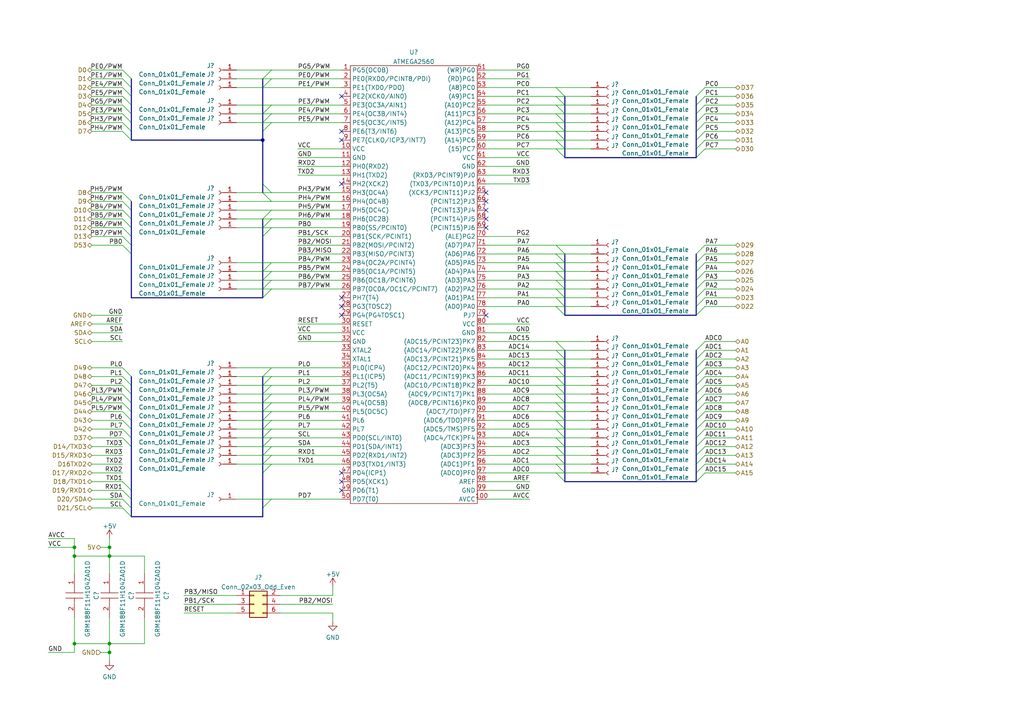
<source format=kicad_sch>
(kicad_sch (version 20211123) (generator eeschema)
  (paper "A4")
  (junction (at 76.2 40.64))
  (junction (at 31.75 186.69))
  (junction (at 21.59 186.69))
  (junction (at 31.75 189.23))
  (junction (at 31.75 158.75))
  (junction (at 21.59 158.75))
  (junction (at 21.59 161.29))
  (junction (at 31.75 161.29))
  (no_connect (at 140.97 58.42))
  (no_connect (at 140.97 55.88))
  (no_connect (at 140.97 91.44))
  (no_connect (at 140.97 66.04))
  (no_connect (at 140.97 63.5))
  (no_connect (at 140.97 60.96))
  (no_connect (at 99.06 40.64))
  (no_connect (at 99.06 38.1))
  (no_connect (at 99.06 27.94))
  (no_connect (at 99.06 142.24))
  (no_connect (at 99.06 139.7))
  (no_connect (at 99.06 137.16))
  (no_connect (at 99.06 88.9))
  (no_connect (at 99.06 91.44))
  (no_connect (at 99.06 86.36))
  (no_connect (at 99.06 53.34))
  (bus_entry (at 78.74 22.86) (size -2.54 2.54))
  (bus_entry (at 78.74 35.56) (size -2.54 2.54))
  (bus_entry (at 78.74 33.02) (size -2.54 2.54))
  (bus_entry (at 78.74 30.48) (size -2.54 2.54))
  (bus_entry (at 35.56 109.22) (size 2.54 2.54))
  (bus_entry (at 35.56 106.68) (size 2.54 2.54))
  (bus_entry (at 35.56 111.76) (size 2.54 2.54))
  (bus_entry (at 35.56 116.84) (size 2.54 2.54))
  (bus_entry (at 35.56 114.3) (size 2.54 2.54))
  (bus_entry (at 35.56 121.92) (size 2.54 2.54))
  (bus_entry (at 35.56 124.46) (size 2.54 2.54))
  (bus_entry (at 35.56 119.38) (size 2.54 2.54))
  (bus_entry (at 35.56 127) (size 2.54 2.54))
  (bus_entry (at 161.29 43.18) (size 2.54 2.54))
  (bus_entry (at 161.29 40.64) (size 2.54 2.54))
  (bus_entry (at 161.29 35.56) (size 2.54 2.54))
  (bus_entry (at 161.29 38.1) (size 2.54 2.54))
  (bus_entry (at 161.29 25.4) (size 2.54 2.54))
  (bus_entry (at 161.29 30.48) (size 2.54 2.54))
  (bus_entry (at 161.29 33.02) (size 2.54 2.54))
  (bus_entry (at 161.29 27.94) (size 2.54 2.54))
  (bus_entry (at 35.56 142.24) (size 2.54 2.54))
  (bus_entry (at 35.56 139.7) (size 2.54 2.54))
  (bus_entry (at 78.74 129.54) (size -2.54 2.54))
  (bus_entry (at 78.74 134.62) (size -2.54 2.54))
  (bus_entry (at 78.74 132.08) (size -2.54 2.54))
  (bus_entry (at 78.74 127) (size -2.54 2.54))
  (bus_entry (at 78.74 58.42) (size -2.54 -2.54))
  (bus_entry (at 204.47 116.84) (size -2.54 2.54))
  (bus_entry (at 204.47 101.6) (size -2.54 2.54))
  (bus_entry (at 204.47 99.06) (size -2.54 2.54))
  (bus_entry (at 204.47 111.76) (size -2.54 2.54))
  (bus_entry (at 204.47 114.3) (size -2.54 2.54))
  (bus_entry (at 204.47 104.14) (size -2.54 2.54))
  (bus_entry (at 204.47 106.68) (size -2.54 2.54))
  (bus_entry (at 204.47 109.22) (size -2.54 2.54))
  (bus_entry (at 78.74 60.96) (size -2.54 2.54))
  (bus_entry (at 78.74 63.5) (size -2.54 2.54))
  (bus_entry (at 78.74 66.04) (size -2.54 2.54))
  (bus_entry (at 78.74 76.2) (size -2.54 2.54))
  (bus_entry (at 78.74 81.28) (size -2.54 2.54))
  (bus_entry (at 78.74 83.82) (size -2.54 2.54))
  (bus_entry (at 78.74 78.74) (size -2.54 2.54))
  (bus_entry (at 204.47 78.74) (size -2.54 2.54))
  (bus_entry (at 204.47 73.66) (size -2.54 2.54))
  (bus_entry (at 204.47 76.2) (size -2.54 2.54))
  (bus_entry (at 204.47 88.9) (size -2.54 2.54))
  (bus_entry (at 204.47 86.36) (size -2.54 2.54))
  (bus_entry (at 204.47 83.82) (size -2.54 2.54))
  (bus_entry (at 204.47 81.28) (size -2.54 2.54))
  (bus_entry (at 204.47 71.12) (size -2.54 2.54))
  (bus_entry (at 78.74 106.68) (size -2.54 2.54))
  (bus_entry (at 78.74 114.3) (size -2.54 2.54))
  (bus_entry (at 78.74 111.76) (size -2.54 2.54))
  (bus_entry (at 78.74 109.22) (size -2.54 2.54))
  (bus_entry (at 78.74 121.92) (size -2.54 2.54))
  (bus_entry (at 78.74 119.38) (size -2.54 2.54))
  (bus_entry (at 78.74 116.84) (size -2.54 2.54))
  (bus_entry (at 78.74 124.46) (size -2.54 2.54))
  (bus_entry (at 204.47 43.18) (size -2.54 2.54))
  (bus_entry (at 204.47 30.48) (size -2.54 2.54))
  (bus_entry (at 204.47 27.94) (size -2.54 2.54))
  (bus_entry (at 204.47 25.4) (size -2.54 2.54))
  (bus_entry (at 204.47 33.02) (size -2.54 2.54))
  (bus_entry (at 204.47 35.56) (size -2.54 2.54))
  (bus_entry (at 204.47 40.64) (size -2.54 2.54))
  (bus_entry (at 204.47 38.1) (size -2.54 2.54))
  (bus_entry (at 76.2 53.34) (size 2.54 2.54))
  (bus_entry (at 35.56 55.88) (size 2.54 2.54))
  (bus_entry (at 35.56 58.42) (size 2.54 2.54))
  (bus_entry (at 35.56 60.96) (size 2.54 2.54))
  (bus_entry (at 35.56 63.5) (size 2.54 2.54))
  (bus_entry (at 35.56 66.04) (size 2.54 2.54))
  (bus_entry (at 35.56 68.58) (size 2.54 2.54))
  (bus_entry (at 35.56 71.12) (size 2.54 2.54))
  (bus_entry (at 161.29 116.84) (size 2.54 2.54))
  (bus_entry (at 161.29 114.3) (size 2.54 2.54))
  (bus_entry (at 161.29 111.76) (size 2.54 2.54))
  (bus_entry (at 161.29 109.22) (size 2.54 2.54))
  (bus_entry (at 161.29 106.68) (size 2.54 2.54))
  (bus_entry (at 161.29 104.14) (size 2.54 2.54))
  (bus_entry (at 161.29 101.6) (size 2.54 2.54))
  (bus_entry (at 161.29 99.06) (size 2.54 2.54))
  (bus_entry (at 78.74 20.32) (size -2.54 2.54))
  (bus_entry (at 204.47 121.92) (size -2.54 2.54))
  (bus_entry (at 204.47 124.46) (size -2.54 2.54))
  (bus_entry (at 204.47 127) (size -2.54 2.54))
  (bus_entry (at 204.47 129.54) (size -2.54 2.54))
  (bus_entry (at 204.47 132.08) (size -2.54 2.54))
  (bus_entry (at 204.47 134.62) (size -2.54 2.54))
  (bus_entry (at 204.47 137.16) (size -2.54 2.54))
  (bus_entry (at 204.47 119.38) (size -2.54 2.54))
  (bus_entry (at 35.56 27.94) (size 2.54 2.54))
  (bus_entry (at 35.56 38.1) (size 2.54 2.54))
  (bus_entry (at 35.56 35.56) (size 2.54 2.54))
  (bus_entry (at 35.56 33.02) (size 2.54 2.54))
  (bus_entry (at 35.56 30.48) (size 2.54 2.54))
  (bus_entry (at 35.56 22.86) (size 2.54 2.54))
  (bus_entry (at 35.56 25.4) (size 2.54 2.54))
  (bus_entry (at 161.29 88.9) (size 2.54 2.54))
  (bus_entry (at 161.29 86.36) (size 2.54 2.54))
  (bus_entry (at 161.29 137.16) (size 2.54 2.54))
  (bus_entry (at 161.29 83.82) (size 2.54 2.54))
  (bus_entry (at 161.29 81.28) (size 2.54 2.54))
  (bus_entry (at 161.29 78.74) (size 2.54 2.54))
  (bus_entry (at 161.29 76.2) (size 2.54 2.54))
  (bus_entry (at 161.29 73.66) (size 2.54 2.54))
  (bus_entry (at 161.29 71.12) (size 2.54 2.54))
  (bus_entry (at 78.74 144.78) (size -2.54 2.54))
  (bus_entry (at 161.29 119.38) (size 2.54 2.54))
  (bus_entry (at 161.29 127) (size 2.54 2.54))
  (bus_entry (at 161.29 129.54) (size 2.54 2.54))
  (bus_entry (at 161.29 121.92) (size 2.54 2.54))
  (bus_entry (at 161.29 124.46) (size 2.54 2.54))
  (bus_entry (at 161.29 134.62) (size 2.54 2.54))
  (bus_entry (at 161.29 132.08) (size 2.54 2.54))
  (bus_entry (at 35.56 20.32) (size 2.54 2.54))
  (bus_entry (at 35.56 144.78) (size 2.54 2.54))
  (bus_entry (at 35.56 147.32) (size 2.54 2.54))
  (wire (pts (xy 204.47 30.48) (xy 213.36 30.48)))
  (wire (pts (xy 68.58 35.56) (xy 76.2 35.56)))
  (wire (pts (xy 76.2 35.56) (xy 78.74 35.56)))
  (wire (pts (xy 161.29 35.56) (xy 163.83 35.56)))
  (wire (pts (xy 35.56 25.4) (xy 26.67 25.4)))
  (bus (pts (xy 38.1 35.56) (xy 38.1 38.1)))
  (wire (pts (xy 78.74 58.42) (xy 99.06 58.42)))
  (wire (pts (xy 35.56 119.38) (xy 26.67 119.38)))
  (wire (pts (xy 161.29 116.84) (xy 163.83 116.84)))
  (bus (pts (xy 163.83 35.56) (xy 163.83 38.1)))
  (wire (pts (xy 161.29 127) (xy 163.83 127)))
  (bus (pts (xy 38.1 58.42) (xy 38.1 60.96)))
  (wire (pts (xy 163.83 81.28) (xy 171.45 81.28)))
  (bus (pts (xy 201.93 111.76) (xy 201.93 114.3)))
  (wire (pts (xy 76.2 63.5) (xy 78.74 63.5)))
  (wire (pts (xy 68.58 114.3) (xy 76.2 114.3)))
  (wire (pts (xy 31.75 179.07) (xy 31.75 186.69)))
  (wire (pts (xy 140.97 111.76) (xy 161.29 111.76)))
  (wire (pts (xy 161.29 134.62) (xy 163.83 134.62)))
  (wire (pts (xy 26.67 68.58) (xy 35.56 68.58)))
  (bus (pts (xy 163.83 114.3) (xy 163.83 116.84)))
  (wire (pts (xy 204.47 137.16) (xy 213.36 137.16)))
  (wire (pts (xy 76.2 81.28) (xy 78.74 81.28)))
  (wire (pts (xy 78.74 121.92) (xy 99.06 121.92)))
  (bus (pts (xy 38.1 30.48) (xy 38.1 33.02)))
  (bus (pts (xy 38.1 111.76) (xy 38.1 114.3)))
  (wire (pts (xy 163.83 43.18) (xy 171.45 43.18)))
  (wire (pts (xy 140.97 45.72) (xy 153.67 45.72)))
  (wire (pts (xy 140.97 83.82) (xy 161.29 83.82)))
  (bus (pts (xy 38.1 63.5) (xy 38.1 66.04)))
  (wire (pts (xy 161.29 27.94) (xy 163.83 27.94)))
  (bus (pts (xy 163.83 33.02) (xy 163.83 35.56)))
  (wire (pts (xy 140.97 109.22) (xy 161.29 109.22)))
  (bus (pts (xy 201.93 109.22) (xy 201.93 111.76)))
  (wire (pts (xy 163.83 127) (xy 171.45 127)))
  (wire (pts (xy 204.47 43.18) (xy 213.36 43.18)))
  (bus (pts (xy 201.93 86.36) (xy 201.93 88.9)))
  (wire (pts (xy 81.28 177.8) (xy 96.52 177.8)))
  (wire (pts (xy 140.97 27.94) (xy 161.29 27.94)))
  (bus (pts (xy 201.93 83.82) (xy 201.93 86.36)))
  (wire (pts (xy 204.47 109.22) (xy 213.36 109.22)))
  (wire (pts (xy 35.56 114.3) (xy 26.67 114.3)))
  (bus (pts (xy 201.93 81.28) (xy 201.93 83.82)))
  (wire (pts (xy 140.97 99.06) (xy 161.29 99.06)))
  (wire (pts (xy 26.67 63.5) (xy 35.56 63.5)))
  (bus (pts (xy 76.2 83.82) (xy 76.2 86.36)))
  (bus (pts (xy 38.1 119.38) (xy 38.1 121.92)))
  (wire (pts (xy 26.67 99.06) (xy 35.56 99.06)))
  (wire (pts (xy 78.74 132.08) (xy 99.06 132.08)))
  (wire (pts (xy 161.29 114.3) (xy 163.83 114.3)))
  (bus (pts (xy 201.93 137.16) (xy 201.93 139.7)))
  (bus (pts (xy 163.83 78.74) (xy 163.83 81.28)))
  (wire (pts (xy 86.36 99.06) (xy 99.06 99.06)))
  (wire (pts (xy 21.59 179.07) (xy 21.59 186.69)))
  (bus (pts (xy 163.83 137.16) (xy 163.83 139.7)))
  (wire (pts (xy 26.67 55.88) (xy 35.56 55.88)))
  (wire (pts (xy 161.29 119.38) (xy 163.83 119.38)))
  (wire (pts (xy 161.29 40.64) (xy 163.83 40.64)))
  (wire (pts (xy 68.58 132.08) (xy 76.2 132.08)))
  (wire (pts (xy 140.97 127) (xy 161.29 127)))
  (wire (pts (xy 140.97 134.62) (xy 161.29 134.62)))
  (wire (pts (xy 26.67 96.52) (xy 35.56 96.52)))
  (wire (pts (xy 86.36 43.18) (xy 99.06 43.18)))
  (bus (pts (xy 163.83 116.84) (xy 163.83 119.38)))
  (wire (pts (xy 76.2 121.92) (xy 78.74 121.92)))
  (wire (pts (xy 204.47 121.92) (xy 213.36 121.92)))
  (wire (pts (xy 13.97 189.23) (xy 21.59 189.23)))
  (bus (pts (xy 201.93 124.46) (xy 201.93 127)))
  (bus (pts (xy 38.1 144.78) (xy 38.1 147.32)))
  (wire (pts (xy 68.58 20.32) (xy 78.74 20.32)))
  (wire (pts (xy 68.58 66.04) (xy 76.2 66.04)))
  (bus (pts (xy 76.2 149.86) (xy 76.2 147.32)))
  (wire (pts (xy 204.47 116.84) (xy 213.36 116.84)))
  (wire (pts (xy 161.29 33.02) (xy 163.83 33.02)))
  (wire (pts (xy 163.83 76.2) (xy 171.45 76.2)))
  (bus (pts (xy 38.1 60.96) (xy 38.1 63.5)))
  (wire (pts (xy 140.97 50.8) (xy 153.67 50.8)))
  (wire (pts (xy 78.74 81.28) (xy 99.06 81.28)))
  (bus (pts (xy 76.2 137.16) (xy 76.2 147.32)))
  (wire (pts (xy 78.74 144.78) (xy 99.06 144.78)))
  (wire (pts (xy 26.67 93.98) (xy 35.56 93.98)))
  (wire (pts (xy 68.58 58.42) (xy 78.74 58.42)))
  (wire (pts (xy 163.83 88.9) (xy 171.45 88.9)))
  (wire (pts (xy 26.67 71.12) (xy 35.56 71.12)))
  (wire (pts (xy 204.47 35.56) (xy 213.36 35.56)))
  (wire (pts (xy 53.34 177.8) (xy 68.58 177.8)))
  (wire (pts (xy 76.2 78.74) (xy 78.74 78.74)))
  (wire (pts (xy 26.67 91.44) (xy 35.56 91.44)))
  (wire (pts (xy 161.29 111.76) (xy 163.83 111.76)))
  (wire (pts (xy 204.47 25.4) (xy 213.36 25.4)))
  (wire (pts (xy 68.58 121.92) (xy 76.2 121.92)))
  (wire (pts (xy 26.67 60.96) (xy 35.56 60.96)))
  (bus (pts (xy 38.1 109.22) (xy 38.1 111.76)))
  (bus (pts (xy 163.83 86.36) (xy 163.83 88.9)))
  (wire (pts (xy 78.74 33.02) (xy 99.06 33.02)))
  (bus (pts (xy 163.83 43.18) (xy 163.83 45.72)))
  (bus (pts (xy 76.2 33.02) (xy 76.2 35.56)))
  (wire (pts (xy 78.74 134.62) (xy 99.06 134.62)))
  (wire (pts (xy 204.47 76.2) (xy 213.36 76.2)))
  (bus (pts (xy 76.2 134.62) (xy 76.2 137.16)))
  (wire (pts (xy 26.67 127) (xy 35.56 127)))
  (wire (pts (xy 21.59 156.21) (xy 21.59 158.75)))
  (wire (pts (xy 86.36 48.26) (xy 99.06 48.26)))
  (wire (pts (xy 161.29 30.48) (xy 163.83 30.48)))
  (wire (pts (xy 140.97 144.78) (xy 153.67 144.78)))
  (bus (pts (xy 76.2 124.46) (xy 76.2 127)))
  (bus (pts (xy 201.93 121.92) (xy 201.93 124.46)))
  (bus (pts (xy 201.93 38.1) (xy 201.93 40.64)))
  (wire (pts (xy 41.91 161.29) (xy 41.91 166.37)))
  (wire (pts (xy 140.97 121.92) (xy 161.29 121.92)))
  (wire (pts (xy 86.36 68.58) (xy 99.06 68.58)))
  (wire (pts (xy 21.59 158.75) (xy 21.59 161.29)))
  (bus (pts (xy 76.2 109.22) (xy 76.2 111.76)))
  (bus (pts (xy 201.93 35.56) (xy 201.93 38.1)))
  (wire (pts (xy 68.58 124.46) (xy 76.2 124.46)))
  (wire (pts (xy 78.74 30.48) (xy 99.06 30.48)))
  (wire (pts (xy 161.29 121.92) (xy 163.83 121.92)))
  (bus (pts (xy 163.83 76.2) (xy 163.83 78.74)))
  (wire (pts (xy 161.29 76.2) (xy 163.83 76.2)))
  (wire (pts (xy 31.75 161.29) (xy 41.91 161.29)))
  (bus (pts (xy 76.2 119.38) (xy 76.2 121.92)))
  (bus (pts (xy 76.2 68.58) (xy 76.2 78.74)))
  (bus (pts (xy 163.83 104.14) (xy 163.83 106.68)))
  (wire (pts (xy 26.67 132.08) (xy 35.56 132.08)))
  (wire (pts (xy 140.97 129.54) (xy 161.29 129.54)))
  (wire (pts (xy 140.97 116.84) (xy 161.29 116.84)))
  (wire (pts (xy 76.2 25.4) (xy 99.06 25.4)))
  (wire (pts (xy 140.97 132.08) (xy 161.29 132.08)))
  (wire (pts (xy 35.56 30.48) (xy 26.67 30.48)))
  (bus (pts (xy 201.93 116.84) (xy 201.93 119.38)))
  (wire (pts (xy 68.58 78.74) (xy 76.2 78.74)))
  (bus (pts (xy 201.93 88.9) (xy 201.93 91.44)))
  (wire (pts (xy 204.47 114.3) (xy 213.36 114.3)))
  (bus (pts (xy 163.83 111.76) (xy 163.83 114.3)))
  (bus (pts (xy 38.1 66.04) (xy 38.1 68.58)))
  (wire (pts (xy 26.67 66.04) (xy 35.56 66.04)))
  (wire (pts (xy 204.47 101.6) (xy 213.36 101.6)))
  (wire (pts (xy 76.2 134.62) (xy 78.74 134.62)))
  (wire (pts (xy 204.47 88.9) (xy 213.36 88.9)))
  (wire (pts (xy 68.58 116.84) (xy 76.2 116.84)))
  (wire (pts (xy 204.47 129.54) (xy 213.36 129.54)))
  (bus (pts (xy 76.2 22.86) (xy 76.2 25.4)))
  (bus (pts (xy 163.83 132.08) (xy 163.83 134.62)))
  (wire (pts (xy 140.97 20.32) (xy 153.67 20.32)))
  (wire (pts (xy 204.47 86.36) (xy 213.36 86.36)))
  (wire (pts (xy 140.97 25.4) (xy 161.29 25.4)))
  (wire (pts (xy 53.34 172.72) (xy 68.58 172.72)))
  (wire (pts (xy 204.47 132.08) (xy 213.36 132.08)))
  (bus (pts (xy 201.93 114.3) (xy 201.93 116.84)))
  (bus (pts (xy 163.83 45.72) (xy 201.93 45.72)))
  (wire (pts (xy 163.83 109.22) (xy 171.45 109.22)))
  (wire (pts (xy 161.29 71.12) (xy 171.45 71.12)))
  (wire (pts (xy 26.67 58.42) (xy 35.56 58.42)))
  (wire (pts (xy 204.47 27.94) (xy 213.36 27.94)))
  (wire (pts (xy 140.97 53.34) (xy 153.67 53.34)))
  (bus (pts (xy 201.93 33.02) (xy 201.93 35.56)))
  (wire (pts (xy 26.67 147.32) (xy 35.56 147.32)))
  (wire (pts (xy 29.21 189.23) (xy 31.75 189.23)))
  (wire (pts (xy 163.83 40.64) (xy 171.45 40.64)))
  (wire (pts (xy 35.56 20.32) (xy 26.67 20.32)))
  (wire (pts (xy 204.47 83.82) (xy 213.36 83.82)))
  (bus (pts (xy 38.1 124.46) (xy 38.1 127)))
  (wire (pts (xy 76.2 129.54) (xy 78.74 129.54)))
  (wire (pts (xy 140.97 139.7) (xy 153.67 139.7)))
  (wire (pts (xy 26.67 27.94) (xy 35.56 27.94)))
  (wire (pts (xy 204.47 106.68) (xy 213.36 106.68)))
  (wire (pts (xy 163.83 106.68) (xy 171.45 106.68)))
  (wire (pts (xy 35.56 116.84) (xy 26.67 116.84)))
  (wire (pts (xy 140.97 68.58) (xy 153.67 68.58)))
  (wire (pts (xy 140.97 81.28) (xy 161.29 81.28)))
  (bus (pts (xy 38.1 25.4) (xy 38.1 27.94)))
  (bus (pts (xy 38.1 121.92) (xy 38.1 124.46)))
  (wire (pts (xy 140.97 76.2) (xy 161.29 76.2)))
  (wire (pts (xy 140.97 106.68) (xy 161.29 106.68)))
  (wire (pts (xy 78.74 60.96) (xy 99.06 60.96)))
  (wire (pts (xy 163.83 78.74) (xy 171.45 78.74)))
  (wire (pts (xy 76.2 124.46) (xy 78.74 124.46)))
  (bus (pts (xy 163.83 134.62) (xy 163.83 137.16)))
  (wire (pts (xy 76.2 111.76) (xy 78.74 111.76)))
  (wire (pts (xy 26.67 129.54) (xy 35.56 129.54)))
  (wire (pts (xy 86.36 96.52) (xy 99.06 96.52)))
  (wire (pts (xy 163.83 132.08) (xy 171.45 132.08)))
  (wire (pts (xy 161.29 137.16) (xy 163.83 137.16)))
  (wire (pts (xy 35.56 35.56) (xy 26.67 35.56)))
  (wire (pts (xy 78.74 111.76) (xy 99.06 111.76)))
  (wire (pts (xy 78.74 119.38) (xy 99.06 119.38)))
  (bus (pts (xy 201.93 104.14) (xy 201.93 106.68)))
  (wire (pts (xy 163.83 111.76) (xy 171.45 111.76)))
  (wire (pts (xy 163.83 33.02) (xy 171.45 33.02)))
  (wire (pts (xy 163.83 114.3) (xy 171.45 114.3)))
  (wire (pts (xy 78.74 83.82) (xy 99.06 83.82)))
  (wire (pts (xy 161.29 124.46) (xy 163.83 124.46)))
  (wire (pts (xy 204.47 38.1) (xy 213.36 38.1)))
  (wire (pts (xy 26.67 137.16) (xy 35.56 137.16)))
  (wire (pts (xy 161.29 43.18) (xy 163.83 43.18)))
  (bus (pts (xy 163.83 127) (xy 163.83 129.54)))
  (bus (pts (xy 38.1 129.54) (xy 38.1 127)))
  (wire (pts (xy 86.36 93.98) (xy 99.06 93.98)))
  (wire (pts (xy 78.74 124.46) (xy 99.06 124.46)))
  (wire (pts (xy 76.2 116.84) (xy 78.74 116.84)))
  (wire (pts (xy 163.83 30.48) (xy 171.45 30.48)))
  (bus (pts (xy 76.2 55.88) (xy 76.2 53.34)))
  (wire (pts (xy 161.29 101.6) (xy 163.83 101.6)))
  (wire (pts (xy 163.83 73.66) (xy 171.45 73.66)))
  (bus (pts (xy 163.83 40.64) (xy 163.83 43.18)))
  (wire (pts (xy 78.74 66.04) (xy 99.06 66.04)))
  (wire (pts (xy 204.47 119.38) (xy 213.36 119.38)))
  (wire (pts (xy 68.58 81.28) (xy 76.2 81.28)))
  (wire (pts (xy 41.91 186.69) (xy 41.91 179.07)))
  (wire (pts (xy 163.83 116.84) (xy 171.45 116.84)))
  (wire (pts (xy 163.83 83.82) (xy 171.45 83.82)))
  (bus (pts (xy 38.1 142.24) (xy 38.1 144.78)))
  (wire (pts (xy 204.47 127) (xy 213.36 127)))
  (wire (pts (xy 76.2 55.88) (xy 78.74 55.88)))
  (wire (pts (xy 161.29 81.28) (xy 163.83 81.28)))
  (wire (pts (xy 204.47 111.76) (xy 213.36 111.76)))
  (bus (pts (xy 163.83 139.7) (xy 201.93 139.7)))
  (wire (pts (xy 76.2 83.82) (xy 78.74 83.82)))
  (wire (pts (xy 76.2 109.22) (xy 78.74 109.22)))
  (wire (pts (xy 140.97 96.52) (xy 153.67 96.52)))
  (wire (pts (xy 161.29 109.22) (xy 163.83 109.22)))
  (bus (pts (xy 201.93 43.18) (xy 201.93 45.72)))
  (wire (pts (xy 140.97 142.24) (xy 153.67 142.24)))
  (wire (pts (xy 68.58 134.62) (xy 76.2 134.62)))
  (wire (pts (xy 161.29 104.14) (xy 163.83 104.14)))
  (wire (pts (xy 140.97 93.98) (xy 153.67 93.98)))
  (bus (pts (xy 76.2 53.34) (xy 76.2 40.64)))
  (wire (pts (xy 140.97 124.46) (xy 161.29 124.46)))
  (wire (pts (xy 140.97 114.3) (xy 161.29 114.3)))
  (bus (pts (xy 163.83 106.68) (xy 163.83 109.22)))
  (wire (pts (xy 68.58 144.78) (xy 78.74 144.78)))
  (wire (pts (xy 161.29 73.66) (xy 163.83 73.66)))
  (bus (pts (xy 163.83 109.22) (xy 163.83 111.76)))
  (wire (pts (xy 161.29 25.4) (xy 171.45 25.4)))
  (wire (pts (xy 31.75 158.75) (xy 31.75 161.29)))
  (wire (pts (xy 26.67 139.7) (xy 35.56 139.7)))
  (bus (pts (xy 38.1 116.84) (xy 38.1 119.38)))
  (wire (pts (xy 26.67 134.62) (xy 35.56 134.62)))
  (wire (pts (xy 78.74 114.3) (xy 99.06 114.3)))
  (bus (pts (xy 201.93 27.94) (xy 201.93 30.48)))
  (bus (pts (xy 76.2 25.4) (xy 76.2 33.02)))
  (wire (pts (xy 21.59 166.37) (xy 21.59 161.29)))
  (bus (pts (xy 38.1 33.02) (xy 38.1 35.56)))
  (wire (pts (xy 86.36 45.72) (xy 99.06 45.72)))
  (wire (pts (xy 13.97 156.21) (xy 21.59 156.21)))
  (wire (pts (xy 68.58 30.48) (xy 78.74 30.48)))
  (bus (pts (xy 201.93 132.08) (xy 201.93 134.62)))
  (wire (pts (xy 81.28 175.26) (xy 96.52 175.26)))
  (wire (pts (xy 163.83 121.92) (xy 171.45 121.92)))
  (bus (pts (xy 163.83 121.92) (xy 163.83 124.46)))
  (bus (pts (xy 163.83 27.94) (xy 163.83 30.48)))
  (bus (pts (xy 38.1 114.3) (xy 38.1 116.84)))
  (wire (pts (xy 26.67 144.78) (xy 35.56 144.78)))
  (wire (pts (xy 161.29 99.06) (xy 171.45 99.06)))
  (wire (pts (xy 140.97 35.56) (xy 161.29 35.56)))
  (wire (pts (xy 161.29 38.1) (xy 163.83 38.1)))
  (wire (pts (xy 76.2 22.86) (xy 78.74 22.86)))
  (wire (pts (xy 21.59 189.23) (xy 21.59 186.69)))
  (wire (pts (xy 78.74 55.88) (xy 99.06 55.88)))
  (wire (pts (xy 13.97 158.75) (xy 21.59 158.75)))
  (wire (pts (xy 68.58 127) (xy 76.2 127)))
  (wire (pts (xy 68.58 25.4) (xy 76.2 25.4)))
  (wire (pts (xy 21.59 186.69) (xy 31.75 186.69)))
  (wire (pts (xy 140.97 38.1) (xy 161.29 38.1)))
  (wire (pts (xy 68.58 111.76) (xy 76.2 111.76)))
  (wire (pts (xy 68.58 83.82) (xy 76.2 83.82)))
  (wire (pts (xy 163.83 35.56) (xy 171.45 35.56)))
  (bus (pts (xy 76.2 127) (xy 76.2 129.54)))
  (bus (pts (xy 201.93 30.48) (xy 201.93 33.02)))
  (bus (pts (xy 201.93 101.6) (xy 201.93 104.14)))
  (wire (pts (xy 31.75 191.77) (xy 31.75 189.23)))
  (wire (pts (xy 78.74 78.74) (xy 99.06 78.74)))
  (wire (pts (xy 35.56 124.46) (xy 26.67 124.46)))
  (bus (pts (xy 38.1 147.32) (xy 38.1 149.86)))
  (wire (pts (xy 204.47 124.46) (xy 213.36 124.46)))
  (wire (pts (xy 68.58 63.5) (xy 76.2 63.5)))
  (wire (pts (xy 163.83 137.16) (xy 171.45 137.16)))
  (bus (pts (xy 38.1 149.86) (xy 76.2 149.86)))
  (wire (pts (xy 140.97 86.36) (xy 161.29 86.36)))
  (wire (pts (xy 161.29 129.54) (xy 163.83 129.54)))
  (wire (pts (xy 140.97 48.26) (xy 153.67 48.26)))
  (wire (pts (xy 35.56 106.68) (xy 26.67 106.68)))
  (wire (pts (xy 163.83 27.94) (xy 171.45 27.94)))
  (wire (pts (xy 68.58 33.02) (xy 76.2 33.02)))
  (wire (pts (xy 204.47 81.28) (xy 213.36 81.28)))
  (bus (pts (xy 163.83 124.46) (xy 163.83 127)))
  (bus (pts (xy 163.83 83.82) (xy 163.83 86.36)))
  (wire (pts (xy 26.67 22.86) (xy 35.56 22.86)))
  (wire (pts (xy 78.74 116.84) (xy 99.06 116.84)))
  (bus (pts (xy 201.93 119.38) (xy 201.93 121.92)))
  (bus (pts (xy 76.2 132.08) (xy 76.2 134.62)))
  (wire (pts (xy 140.97 119.38) (xy 161.29 119.38)))
  (wire (pts (xy 26.67 33.02) (xy 35.56 33.02)))
  (bus (pts (xy 38.1 73.66) (xy 38.1 86.36)))
  (bus (pts (xy 201.93 106.68) (xy 201.93 109.22)))
  (wire (pts (xy 68.58 109.22) (xy 76.2 109.22)))
  (wire (pts (xy 140.97 30.48) (xy 161.29 30.48)))
  (bus (pts (xy 201.93 76.2) (xy 201.93 78.74)))
  (wire (pts (xy 161.29 132.08) (xy 163.83 132.08)))
  (wire (pts (xy 140.97 78.74) (xy 161.29 78.74)))
  (wire (pts (xy 161.29 88.9) (xy 163.83 88.9)))
  (wire (pts (xy 161.29 106.68) (xy 163.83 106.68)))
  (bus (pts (xy 163.83 91.44) (xy 201.93 91.44)))
  (bus (pts (xy 201.93 73.66) (xy 201.93 76.2)))
  (wire (pts (xy 76.2 127) (xy 78.74 127)))
  (bus (pts (xy 163.83 101.6) (xy 163.83 104.14)))
  (wire (pts (xy 140.97 71.12) (xy 161.29 71.12)))
  (wire (pts (xy 68.58 106.68) (xy 78.74 106.68)))
  (wire (pts (xy 76.2 66.04) (xy 78.74 66.04)))
  (wire (pts (xy 76.2 119.38) (xy 78.74 119.38)))
  (wire (pts (xy 204.47 99.06) (xy 213.36 99.06)))
  (bus (pts (xy 38.1 129.54) (xy 38.1 142.24)))
  (wire (pts (xy 53.34 175.26) (xy 68.58 175.26)))
  (wire (pts (xy 86.36 71.12) (xy 99.06 71.12)))
  (bus (pts (xy 163.83 38.1) (xy 163.83 40.64)))
  (wire (pts (xy 78.74 106.68) (xy 99.06 106.68)))
  (wire (pts (xy 78.74 109.22) (xy 99.06 109.22)))
  (wire (pts (xy 76.2 114.3) (xy 78.74 114.3)))
  (bus (pts (xy 163.83 73.66) (xy 163.83 76.2)))
  (wire (pts (xy 86.36 50.8) (xy 99.06 50.8)))
  (wire (pts (xy 204.47 104.14) (xy 213.36 104.14)))
  (wire (pts (xy 204.47 33.02) (xy 213.36 33.02)))
  (wire (pts (xy 78.74 22.86) (xy 99.06 22.86)))
  (wire (pts (xy 35.56 111.76) (xy 26.67 111.76)))
  (bus (pts (xy 38.1 27.94) (xy 38.1 30.48)))
  (bus (pts (xy 163.83 129.54) (xy 163.83 132.08)))
  (wire (pts (xy 163.83 86.36) (xy 171.45 86.36)))
  (wire (pts (xy 204.47 78.74) (xy 213.36 78.74)))
  (wire (pts (xy 29.21 158.75) (xy 31.75 158.75)))
  (bus (pts (xy 163.83 30.48) (xy 163.83 33.02)))
  (wire (pts (xy 78.74 76.2) (xy 99.06 76.2)))
  (wire (pts (xy 163.83 38.1) (xy 171.45 38.1)))
  (wire (pts (xy 31.75 161.29) (xy 31.75 166.37)))
  (bus (pts (xy 76.2 66.04) (xy 76.2 68.58)))
  (wire (pts (xy 81.28 172.72) (xy 96.52 172.72)))
  (wire (pts (xy 140.97 104.14) (xy 161.29 104.14)))
  (wire (pts (xy 204.47 134.62) (xy 213.36 134.62)))
  (wire (pts (xy 31.75 186.69) (xy 41.91 186.69)))
  (wire (pts (xy 31.75 189.23) (xy 31.75 186.69)))
  (wire (pts (xy 78.74 127) (xy 99.06 127)))
  (wire (pts (xy 161.29 86.36) (xy 163.83 86.36)))
  (wire (pts (xy 163.83 101.6) (xy 171.45 101.6)))
  (bus (pts (xy 163.83 88.9) (xy 163.83 91.44)))
  (wire (pts (xy 35.56 109.22) (xy 26.67 109.22)))
  (bus (pts (xy 163.83 119.38) (xy 163.83 121.92)))
  (wire (pts (xy 161.29 83.82) (xy 163.83 83.82)))
  (wire (pts (xy 163.83 124.46) (xy 171.45 124.46)))
  (bus (pts (xy 76.2 116.84) (xy 76.2 119.38)))
  (wire (pts (xy 76.2 33.02) (xy 78.74 33.02)))
  (wire (pts (xy 96.52 177.8) (xy 96.52 180.34)))
  (wire (pts (xy 163.83 129.54) (xy 171.45 129.54)))
  (wire (pts (xy 68.58 119.38) (xy 76.2 119.38)))
  (wire (pts (xy 140.97 33.02) (xy 161.29 33.02)))
  (bus (pts (xy 38.1 68.58) (xy 38.1 71.12)))
  (wire (pts (xy 21.59 161.29) (xy 31.75 161.29)))
  (wire (pts (xy 68.58 76.2) (xy 78.74 76.2)))
  (bus (pts (xy 201.93 78.74) (xy 201.93 81.28)))
  (wire (pts (xy 31.75 158.75) (xy 31.75 156.21)))
  (wire (pts (xy 140.97 101.6) (xy 161.29 101.6)))
  (bus (pts (xy 76.2 121.92) (xy 76.2 124.46)))
  (wire (pts (xy 78.74 129.54) (xy 99.06 129.54)))
  (bus (pts (xy 76.2 35.56) (xy 76.2 38.1)))
  (wire (pts (xy 68.58 55.88) (xy 76.2 55.88)))
  (wire (pts (xy 96.52 172.72) (xy 96.52 170.18)))
  (wire (pts (xy 140.97 88.9) (xy 161.29 88.9)))
  (bus (pts (xy 38.1 71.12) (xy 38.1 73.66)))
  (bus (pts (xy 76.2 129.54) (xy 76.2 132.08)))
  (bus (pts (xy 76.2 40.64) (xy 76.2 38.1)))
  (bus (pts (xy 38.1 22.86) (xy 38.1 25.4)))
  (wire (pts (xy 78.74 35.56) (xy 99.06 35.56)))
  (bus (pts (xy 76.2 78.74) (xy 76.2 81.28)))
  (wire (pts (xy 204.47 40.64) (xy 213.36 40.64)))
  (wire (pts (xy 68.58 22.86) (xy 76.2 22.86)))
  (bus (pts (xy 38.1 86.36) (xy 76.2 86.36)))
  (bus (pts (xy 76.2 63.5) (xy 76.2 66.04)))
  (wire (pts (xy 140.97 137.16) (xy 161.29 137.16)))
  (bus (pts (xy 201.93 134.62) (xy 201.93 137.16)))
  (wire (pts (xy 163.83 119.38) (xy 171.45 119.38)))
  (bus (pts (xy 163.83 81.28) (xy 163.83 83.82)))
  (bus (pts (xy 201.93 127) (xy 201.93 129.54)))
  (wire (pts (xy 204.47 71.12) (xy 213.36 71.12)))
  (bus (pts (xy 76.2 114.3) (xy 76.2 116.84)))
  (wire (pts (xy 68.58 129.54) (xy 76.2 129.54)))
  (wire (pts (xy 163.83 134.62) (xy 171.45 134.62)))
  (bus (pts (xy 76.2 111.76) (xy 76.2 114.3)))
  (bus (pts (xy 201.93 40.64) (xy 201.93 43.18)))
  (wire (pts (xy 26.67 38.1) (xy 35.56 38.1)))
  (bus (pts (xy 201.93 129.54) (xy 201.93 132.08)))
  (bus (pts (xy 76.2 81.28) (xy 76.2 83.82)))
  (wire (pts (xy 76.2 132.08) (xy 78.74 132.08)))
  (bus (pts (xy 38.1 40.64) (xy 76.2 40.64)))
  (wire (pts (xy 78.74 20.32) (xy 99.06 20.32)))
  (wire (pts (xy 78.74 63.5) (xy 99.06 63.5)))
  (wire (pts (xy 163.83 104.14) (xy 171.45 104.14)))
  (wire (pts (xy 161.29 78.74) (xy 163.83 78.74)))
  (wire (pts (xy 140.97 40.64) (xy 161.29 40.64)))
  (wire (pts (xy 68.58 60.96) (xy 78.74 60.96)))
  (wire (pts (xy 26.67 142.24) (xy 35.56 142.24)))
  (wire (pts (xy 140.97 73.66) (xy 161.29 73.66)))
  (wire (pts (xy 140.97 22.86) (xy 153.67 22.86)))
  (wire (pts (xy 140.97 43.18) (xy 161.29 43.18)))
  (wire (pts (xy 86.36 73.66) (xy 99.06 73.66)))
  (wire (pts (xy 35.56 121.92) (xy 26.67 121.92)))
  (bus (pts (xy 38.1 38.1) (xy 38.1 40.64)))
  (wire (pts (xy 204.47 73.66) (xy 213.36 73.66)))
  (label "RXD2" (at 86.36 48.26 0))
  (label "AREF" (at 153.67 139.7 180))
  (label "PB4{slash}PWM" (at 35.56 60.96 180))
  (label "ADC6" (at 153.67 121.92 180))
  (label "ADC1" (at 204.47 101.6 0))
  (label "PD7" (at 86.36 144.78 0))
  (label "ADC10" (at 153.67 111.76 180))
  (label "PH5{slash}PWM" (at 86.36 60.96 0))
  (label "PE4{slash}PWM" (at 35.56 25.4 180))
  (label "PH3{slash}PWM" (at 86.36 55.88 0))
  (label "PL7" (at 35.56 124.46 180))
  (label "PA6" (at 153.67 73.66 180))
  (label "VCC" (at 13.97 158.75 0))
  (label "ADC5" (at 153.67 124.46 180))
  (label "ADC14" (at 204.47 134.62 0))
  (label "PB7{slash}PWM" (at 35.56 68.58 180))
  (label "VCC" (at 153.67 45.72 180))
  (label "PA2" (at 153.67 83.82 180))
  (label "PH4{slash}PWM" (at 86.36 58.42 0))
  (label "PA0" (at 204.47 88.9 0))
  (label "PL0" (at 35.56 106.68 180))
  (label "ADC12" (at 204.47 129.54 0))
  (label "PL3{slash}PWM" (at 35.56 114.3 180))
  (label "PC4" (at 204.47 35.56 0))
  (label "PB4{slash}PWM" (at 86.36 76.2 0))
  (label "ADC8" (at 153.67 116.84 180))
  (label "PC6" (at 153.67 40.64 180))
  (label "ADC0" (at 204.47 99.06 0))
  (label "PA5" (at 153.67 76.2 180))
  (label "ADC9" (at 153.67 114.3 180))
  (label "PE1{slash}PWM" (at 35.56 22.86 180))
  (label "PA7" (at 204.47 71.12 0))
  (label "PB3{slash}MISO" (at 86.36 73.66 0))
  (label "GND" (at 35.56 91.44 180))
  (label "SDA" (at 86.36 129.54 0))
  (label "PL6" (at 86.36 121.92 0))
  (label "PE0{slash}PWM" (at 35.56 20.32 180))
  (label "ADC11" (at 153.67 109.22 180))
  (label "PB2{slash}MOSI" (at 96.52 175.26 180))
  (label "TXD3" (at 35.56 129.54 180))
  (label "PC7" (at 204.47 43.18 0))
  (label "PE3{slash}PWM" (at 86.36 30.48 0))
  (label "PL2" (at 86.36 111.76 0))
  (label "RESET" (at 53.34 177.8 0))
  (label "PC3" (at 204.47 33.02 0))
  (label "SCL" (at 86.36 127 0))
  (label "PC0" (at 204.47 25.4 0))
  (label "AVCC" (at 153.67 144.78 180))
  (label "PA4" (at 153.67 78.74 180))
  (label "PA3" (at 204.47 81.28 0))
  (label "PL4{slash}PWM" (at 35.56 116.84 180))
  (label "TXD2" (at 86.36 50.8 0))
  (label "ADC13" (at 153.67 104.14 180))
  (label "PC2" (at 204.47 30.48 0))
  (label "GND" (at 153.67 142.24 180))
  (label "GND" (at 153.67 48.26 180))
  (label "ADC2" (at 153.67 132.08 180))
  (label "ADC4" (at 153.67 127 180))
  (label "PC6" (at 204.47 40.64 0))
  (label "PB5{slash}PWM" (at 86.36 78.74 0))
  (label "ADC11" (at 204.47 127 0))
  (label "RXD1" (at 86.36 132.08 0))
  (label "VCC" (at 86.36 96.52 0))
  (label "PB6{slash}PWM" (at 86.36 81.28 0))
  (label "PE4{slash}PWM" (at 86.36 33.02 0))
  (label "PG5{slash}PWM" (at 86.36 20.32 0))
  (label "PL7" (at 86.36 124.46 0))
  (label "PC4" (at 153.67 35.56 180))
  (label "ADC15" (at 153.67 99.06 180))
  (label "RESET" (at 86.36 93.98 0))
  (label "PL6" (at 35.56 121.92 180))
  (label "PB7{slash}PWM" (at 86.36 83.82 0))
  (label "TXD1" (at 35.56 139.7 180))
  (label "PB6{slash}PWM" (at 35.56 66.04 180))
  (label "ADC8" (at 204.47 119.38 0))
  (label "ADC9" (at 204.47 121.92 0))
  (label "PB2{slash}MOSI" (at 86.36 71.12 0))
  (label "PC2" (at 153.67 30.48 180))
  (label "SDA" (at 35.56 96.52 180))
  (label "PA0" (at 153.67 88.9 180))
  (label "RXD3" (at 35.56 132.08 180))
  (label "ADC7" (at 204.47 116.84 0))
  (label "PG1" (at 153.67 22.86 180))
  (label "PB3{slash}MISO" (at 53.34 172.72 0))
  (label "PE1{slash}PWM" (at 86.36 25.4 0))
  (label "PC7" (at 153.67 43.18 180))
  (label "VCC" (at 86.36 43.18 0))
  (label "ADC0" (at 153.67 137.16 180))
  (label "PB0" (at 86.36 66.04 0))
  (label "ADC5" (at 204.47 111.76 0))
  (label "PH6{slash}PWM" (at 86.36 63.5 0))
  (label "PL0" (at 86.36 106.68 0))
  (label "PC1" (at 153.67 27.94 180))
  (label "ADC4" (at 204.47 109.22 0))
  (label "ADC1" (at 153.67 134.62 180))
  (label "PL5{slash}PWM" (at 35.56 119.38 180))
  (label "AREF" (at 35.56 93.98 180))
  (label "PB0" (at 35.56 71.12 180))
  (label "RXD1" (at 35.56 142.24 180))
  (label "GND" (at 13.97 189.23 0))
  (label "PE3{slash}PWM" (at 35.56 33.02 180))
  (label "PA7" (at 153.67 71.12 180))
  (label "PG5{slash}PWM" (at 35.56 30.48 180))
  (label "TXD2" (at 35.56 134.62 180))
  (label "SCL" (at 35.56 99.06 180))
  (label "PL3{slash}PWM" (at 86.36 114.3 0))
  (label "ADC14" (at 153.67 101.6 180))
  (label "PG2" (at 153.67 68.58 180))
  (label "PL4{slash}PWM" (at 86.36 116.84 0))
  (label "PA4" (at 204.47 78.74 0))
  (label "PL2" (at 35.56 111.76 180))
  (label "PD7" (at 35.56 127 180))
  (label "PB1{slash}SCK" (at 86.36 68.58 0))
  (label "PC5" (at 204.47 38.1 0))
  (label "TXD1" (at 86.36 134.62 0))
  (label "PH5{slash}PWM" (at 35.56 55.88 180))
  (label "ADC3" (at 204.47 106.68 0))
  (label "VCC" (at 153.67 93.98 180))
  (label "ADC7" (at 153.67 119.38 180))
  (label "PE0{slash}PWM" (at 86.36 22.86 0))
  (label "PA1" (at 204.47 86.36 0))
  (label "GND" (at 86.36 45.72 0))
  (label "RXD3" (at 153.67 50.8 180))
  (label "PA2" (at 204.47 83.82 0))
  (label "ADC15" (at 204.47 137.16 0))
  (label "PL5{slash}PWM" (at 86.36 119.38 0))
  (label "PA1" (at 153.67 86.36 180))
  (label "PE5{slash}PWM" (at 35.56 27.94 180))
  (label "PC5" (at 153.67 38.1 180))
  (label "PC3" (at 153.67 33.02 180))
  (label "ADC10" (at 204.47 124.46 0))
  (label "PG0" (at 153.67 20.32 180))
  (label "TXD3" (at 153.67 53.34 180))
  (label "PB5{slash}PWM" (at 35.56 63.5 180))
  (label "PA6" (at 204.47 73.66 0))
  (label "ADC3" (at 153.67 129.54 180))
  (label "PA3" (at 153.67 81.28 180))
  (label "PC1" (at 204.47 27.94 0))
  (label "SCL" (at 35.56 147.32 180))
  (label "AVCC" (at 13.97 156.21 0))
  (label "PE5{slash}PWM" (at 86.36 35.56 0))
  (label "PC0" (at 153.67 25.4 180))
  (label "PL1" (at 86.36 109.22 0))
  (label "PH4{slash}PWM" (at 35.56 38.1 180))
  (label "ADC2" (at 204.47 104.14 0))
  (label "ADC6" (at 204.47 114.3 0))
  (label "PL1" (at 35.56 109.22 180))
  (label "SDA" (at 35.56 144.78 180))
  (label "GND" (at 86.36 99.06 0))
  (label "RXD2" (at 35.56 137.16 180))
  (label "GND" (at 153.67 96.52 180))
  (label "PA5" (at 204.47 76.2 0))
  (label "PB1{slash}SCK" (at 53.34 175.26 0))
  (label "PH3{slash}PWM" (at 35.56 35.56 180))
  (label "PH6{slash}PWM" (at 35.56 58.42 180))
  (label "ADC12" (at 153.67 106.68 180))
  (label "ADC13" (at 204.47 132.08 0))
  (hierarchical_label "D7" (shape bidirectional) (at 26.67 38.1 180))
  (hierarchical_label "5V" (shape bidirectional) (at 29.21 158.75 180))
  (hierarchical_label "A0" (shape bidirectional) (at 213.36 99.06 0))
  (hierarchical_label "D3" (shape bidirectional) (at 26.67 27.94 180))
  (hierarchical_label "D43" (shape bidirectional) (at 26.67 121.92 180))
  (hierarchical_label "A14" (shape bidirectional) (at 213.36 134.62 0))
  (hierarchical_label "D18{slash}TXD1" (shape bidirectional) (at 26.67 139.7 180))
  (hierarchical_label "D42" (shape bidirectional) (at 26.67 124.46 180))
  (hierarchical_label "D53" (shape bidirectional) (at 26.67 71.12 180))
  (hierarchical_label "D28" (shape bidirectional) (at 213.36 73.66 0))
  (hierarchical_label "D12" (shape bidirectional) (at 26.67 66.04 180))
  (hierarchical_label "A6" (shape bidirectional) (at 213.36 114.3 0))
  (hierarchical_label "A4" (shape bidirectional) (at 213.36 109.22 0))
  (hierarchical_label "A5" (shape bidirectional) (at 213.36 111.76 0))
  (hierarchical_label "SDA" (shape bidirectional) (at 26.67 96.52 180))
  (hierarchical_label "A2" (shape bidirectional) (at 213.36 104.14 0))
  (hierarchical_label "A8" (shape bidirectional) (at 213.36 119.38 0))
  (hierarchical_label "D24" (shape bidirectional) (at 213.36 83.82 0))
  (hierarchical_label "GND" (shape bidirectional) (at 26.67 91.44 180))
  (hierarchical_label "A10" (shape bidirectional) (at 213.36 124.46 0))
  (hierarchical_label "D6" (shape bidirectional) (at 26.67 35.56 180))
  (hierarchical_label "D15{slash}RXD3" (shape bidirectional) (at 26.67 132.08 180))
  (hierarchical_label "SCL" (shape bidirectional) (at 26.67 99.06 180))
  (hierarchical_label "A3" (shape bidirectional) (at 213.36 106.68 0))
  (hierarchical_label "D29" (shape bidirectional) (at 213.36 71.12 0))
  (hierarchical_label "A9" (shape bidirectional) (at 213.36 121.92 0))
  (hierarchical_label "D44" (shape bidirectional) (at 26.67 119.38 180))
  (hierarchical_label "D33" (shape bidirectional) (at 213.36 35.56 0))
  (hierarchical_label "D37" (shape bidirectional) (at 26.67 127 180))
  (hierarchical_label "D0" (shape bidirectional) (at 26.67 20.32 180))
  (hierarchical_label "D47" (shape bidirectional) (at 26.67 111.76 180))
  (hierarchical_label "D48" (shape bidirectional) (at 26.67 109.22 180))
  (hierarchical_label "D1" (shape bidirectional) (at 26.67 22.86 180))
  (hierarchical_label "D2" (shape bidirectional) (at 26.67 25.4 180))
  (hierarchical_label "D35" (shape bidirectional) (at 213.36 30.48 0))
  (hierarchical_label "A11" (shape bidirectional) (at 213.36 127 0))
  (hierarchical_label "D46" (shape bidirectional) (at 26.67 114.3 180))
  (hierarchical_label "D37" (shape bidirectional) (at 213.36 25.4 0))
  (hierarchical_label "D26" (shape bidirectional) (at 213.36 78.74 0))
  (hierarchical_label "D22" (shape bidirectional) (at 213.36 88.9 0))
  (hierarchical_label "D27" (shape bidirectional) (at 213.36 76.2 0))
  (hierarchical_label "D17{slash}RXD2" (shape bidirectional) (at 26.67 137.16 180))
  (hierarchical_label "D9" (shape bidirectional) (at 26.67 58.42 180))
  (hierarchical_label "D5" (shape bidirectional) (at 26.67 33.02 180))
  (hierarchical_label "A15" (shape bidirectional) (at 213.36 137.16 0))
  (hierarchical_label "D4" (shape bidirectional) (at 26.67 30.48 180))
  (hierarchical_label "A7" (shape bidirectional) (at 213.36 116.84 0))
  (hierarchical_label "D13" (shape bidirectional) (at 26.67 68.58 180))
  (hierarchical_label "D49" (shape bidirectional) (at 26.67 106.68 180))
  (hierarchical_label "D10" (shape bidirectional) (at 26.67 60.96 180))
  (hierarchical_label "D16TXD2" (shape bidirectional) (at 26.67 134.62 180))
  (hierarchical_label "D31" (shape bidirectional) (at 213.36 40.64 0))
  (hierarchical_label "D30" (shape bidirectional) (at 213.36 43.18 0))
  (hierarchical_label "D45" (shape bidirectional) (at 26.67 116.84 180))
  (hierarchical_label "D34" (shape bidirectional) (at 213.36 33.02 0))
  (hierarchical_label "D25" (shape bidirectional) (at 213.36 81.28 0))
  (hierarchical_label "A13" (shape bidirectional) (at 213.36 132.08 0))
  (hierarchical_label "D21{slash}SCL" (shape bidirectional) (at 26.67 147.32 180))
  (hierarchical_label "D11" (shape bidirectional) (at 26.67 63.5 180))
  (hierarchical_label "D20{slash}SDA" (shape bidirectional) (at 26.67 144.78 180))
  (hierarchical_label "D14{slash}TXD3" (shape bidirectional) (at 26.67 129.54 180))
  (hierarchical_label "GND" (shape input) (at 29.21 189.23 180))
  (hierarchical_label "D23" (shape bidirectional) (at 213.36 86.36 0))
  (hierarchical_label "A12" (shape bidirectional) (at 213.36 129.54 0))
  (hierarchical_label "AREF" (shape bidirectional) (at 26.67 93.98 180))
  (hierarchical_label "A1" (shape bidirectional) (at 213.36 101.6 0))
  (hierarchical_label "D36" (shape bidirectional) (at 213.36 27.94 0))
  (hierarchical_label "D19{slash}RXD1" (shape bidirectional) (at 26.67 142.24 180))
  (hierarchical_label "D32" (shape bidirectional) (at 213.36 38.1 0))
  (hierarchical_label "D8" (shape bidirectional) (at 26.67 55.88 180))
  (symbol (lib_id "Connector:Conn_01x01_Female") (at 63.5 66.04 180) (unit 1)
    (property "Reference" "J?" (at 62.23 64.77 0) (effects (justify left)))
    (property "Value" "Conn_01x01_Female" (at 59.69 67.31 0) (effects (justify left)))
  )
  (symbol (lib_id "Connector:Conn_01x01_Female") (at 63.5 35.56 180) (unit 1)
    (property "Reference" "J?" (at 62.23 34.29 0) (effects (justify left)))
    (property "Value" "Conn_01x01_Female" (at 59.69 36.83 0) (effects (justify left)))
  )
  (symbol (lib_id "Connector:Conn_01x01_Female") (at 63.5 55.88 180) (unit 1)
    (property "Reference" "J?" (at 62.23 54.61 0) (effects (justify left)))
    (property "Value" "Conn_01x01_Female" (at 59.69 57.15 0) (effects (justify left)))
  )
  (symbol (lib_id "Connector:Conn_01x01_Female") (at 176.53 111.76 0) (unit 1)
    (property "Reference" "J?" (at 177.2412 110.8515 0) (effects (justify left)))
    (property "Value" "Conn_01x01_Female" (at 180.34 113.03 0) (effects (justify left)))
  )
  (symbol (lib_id "Connector:Conn_01x01_Female") (at 63.5 60.96 180) (unit 1)
    (property "Reference" "J?" (at 62.23 59.69 0) (effects (justify left)))
    (property "Value" "Conn_01x01_Female" (at 59.69 62.23 0) (effects (justify left)))
  )
  (symbol (lib_id "Connector:Conn_01x01_Female") (at 176.53 27.94 0) (unit 1)
    (property "Reference" "J?" (at 177.2412 27.0315 0) (effects (justify left)))
    (property "Value" "Conn_01x01_Female" (at 180.34 29.21 0) (effects (justify left)))
  )
  (symbol (lib_id "Connector:Conn_01x01_Female") (at 63.5 116.84 180) (unit 1)
    (property "Reference" "J?" (at 62.23 115.57 0) (effects (justify left)))
    (property "Value" "Conn_01x01_Female" (at 59.69 118.11 0) (effects (justify left)))
  )
  (symbol (lib_id "Connector:Conn_01x01_Female") (at 176.53 78.74 0) (unit 1)
    (property "Reference" "J?" (at 177.2412 77.8315 0) (effects (justify left)))
    (property "Value" "Conn_01x01_Female" (at 180.34 80.01 0) (effects (justify left)))
  )
  (symbol (lib_id "Connector:Conn_01x01_Female") (at 63.5 124.46 180) (unit 1)
    (property "Reference" "J?" (at 62.23 123.19 0) (effects (justify left)))
    (property "Value" "Conn_01x01_Female" (at 59.69 125.73 0) (effects (justify left)))
  )
  (symbol (lib_id "Connector:Conn_01x01_Female") (at 63.5 132.08 180) (unit 1)
    (property "Reference" "J?" (at 62.23 130.81 0) (effects (justify left)))
    (property "Value" "Conn_01x01_Female" (at 59.69 133.35 0) (effects (justify left)))
  )
  (symbol (lib_id "Connector:Conn_01x01_Female") (at 63.5 78.74 180) (unit 1)
    (property "Reference" "J?" (at 62.23 77.47 0) (effects (justify left)))
    (property "Value" "Conn_01x01_Female" (at 59.69 80.01 0) (effects (justify left)))
  )
  (symbol (lib_id "Connector:Conn_01x01_Female") (at 176.53 114.3 0) (unit 1)
    (property "Reference" "J?" (at 177.2412 113.3915 0) (effects (justify left)))
    (property "Value" "Conn_01x01_Female" (at 180.34 115.57 0) (effects (justify left)))
  )
  (symbol (lib_id "power:GND") (at 96.52 180.34 0) (unit 1)
    (property "Reference" "#PWR?" (effects hide))
    (property "Value" "GND" (at 96.52 184.9025 0))
  )
  (symbol (lib_id "Connector:Conn_01x01_Female") (at 176.53 73.66 0) (unit 1)
    (property "Reference" "J?" (at 177.2412 72.7515 0) (effects (justify left)))
    (property "Value" "Conn_01x01_Female" (at 180.34 74.93 0) (effects (justify left)))
  )
  (symbol (lib_id "Connector:Conn_01x01_Female") (at 63.5 76.2 180) (unit 1)
    (property "Reference" "J?" (at 62.23 74.93 0) (effects (justify left)))
    (property "Value" "Conn_01x01_Female" (at 59.69 77.47 0) (effects (justify left)))
  )
  (symbol (lib_id "SamacSys_Parts:GRM188F11H104ZA01D") (at 21.59 166.37 270) (unit 1)
    (property "Reference" "C?" (at 27.94 171.45 0) (effects (justify left)))
    (property "Value" "GRM188F11H104ZA01D" (at 25.4 162.56 0) (effects (justify left)))
    (property "Footprint" "CAPC1608X90N" (effects hide))
    (property "Datasheet" "https://componentsearchengine.com/Datasheets/1/GRM188F11H104ZA01D.pdf" (effects hide))
    (property "Description" "Multilayer Ceramic Capacitors MLCC - SMD/SMT 0603 0.10uF 50volt F +80/-20%" (effects hide))
    (property "Height" "0.9" (effects hide))
    (property "RS Part Number" "7482563" (effects hide))
    (property "RS Price/Stock" "https://uk.rs-online.com/web/p/products/7482563" (effects hide))
    (property "Manufacturer_Name" "Murata Electronics" (effects hide))
    (property "Manufacturer_Part_Number" "GRM188F11H104ZA01D" (effects hide))
  )
  (symbol (lib_id "SamacSys_Parts:GRM188F11H104ZA01D") (at 41.91 166.37 270) (unit 1)
    (property "Reference" "C?" (at 48.26 171.45 0) (effects (justify left)))
    (property "Value" "GRM188F11H104ZA01D" (at 45.72 162.56 0) (effects (justify left)))
    (property "Footprint" "CAPC1608X90N" (effects hide))
    (property "Datasheet" "https://componentsearchengine.com/Datasheets/1/GRM188F11H104ZA01D.pdf" (effects hide))
    (property "Description" "Multilayer Ceramic Capacitors MLCC - SMD/SMT 0603 0.10uF 50volt F +80/-20%" (effects hide))
    (property "Height" "0.9" (effects hide))
    (property "RS Part Number" "7482563" (effects hide))
    (property "RS Price/Stock" "https://uk.rs-online.com/web/p/products/7482563" (effects hide))
    (property "Manufacturer_Name" "Murata Electronics" (effects hide))
    (property "Manufacturer_Part_Number" "GRM188F11H104ZA01D" (effects hide))
  )
  (symbol (lib_id "Connector_Generic:Conn_02x03_Odd_Even") (at 73.66 175.26 0) (unit 1)
    (property "Reference" "J?" (at 74.93 167.4835 0))
    (property "Value" "Conn_02x03_Odd_Even" (at 74.93 170.2586 0))
  )
  (symbol (lib_id "Connector:Conn_01x01_Female") (at 176.53 129.54 0) (unit 1)
    (property "Reference" "J?" (at 177.2412 128.6315 0) (effects (justify left)))
    (property "Value" "Conn_01x01_Female" (at 180.34 130.81 0) (effects (justify left)))
  )
  (symbol (lib_id "Connector:Conn_01x01_Female") (at 176.53 119.38 0) (unit 1)
    (property "Reference" "J?" (at 177.2412 118.4715 0) (effects (justify left)))
    (property "Value" "Conn_01x01_Female" (at 180.34 120.65 0) (effects (justify left)))
  )
  (symbol (lib_id "Connector:Conn_01x01_Female") (at 176.53 25.4 0) (unit 1)
    (property "Reference" "J?" (at 177.2412 24.4915 0) (effects (justify left)))
    (property "Value" "Conn_01x01_Female" (at 180.34 26.67 0) (effects (justify left)))
  )
  (symbol (lib_id "Connector:Conn_01x01_Female") (at 176.53 38.1 0) (unit 1)
    (property "Reference" "J?" (at 177.2412 37.1915 0) (effects (justify left)))
    (property "Value" "Conn_01x01_Female" (at 180.34 39.37 0) (effects (justify left)))
  )
  (symbol (lib_id "Connector:Conn_01x01_Female") (at 176.53 132.08 0) (unit 1)
    (property "Reference" "J?" (at 177.2412 131.1715 0) (effects (justify left)))
    (property "Value" "Conn_01x01_Female" (at 180.34 133.35 0) (effects (justify left)))
  )
  (symbol (lib_id "Connector:Conn_01x01_Female") (at 176.53 134.62 0) (unit 1)
    (property "Reference" "J?" (at 177.2412 133.7115 0) (effects (justify left)))
    (property "Value" "Conn_01x01_Female" (at 180.34 135.89 0) (effects (justify left)))
  )
  (symbol (lib_id "Connector:Conn_01x01_Female") (at 63.5 22.86 180) (unit 1)
    (property "Reference" "J?" (at 62.23 21.59 0) (effects (justify left)))
    (property "Value" "Conn_01x01_Female" (at 59.69 24.13 0) (effects (justify left)))
  )
  (symbol (lib_id "Connector:Conn_01x01_Female") (at 63.5 134.62 180) (unit 1)
    (property "Reference" "J?" (at 62.23 133.35 0) (effects (justify left)))
    (property "Value" "Conn_01x01_Female" (at 59.69 135.89 0) (effects (justify left)))
  )
  (symbol (lib_id "Connector:Conn_01x01_Female") (at 176.53 99.06 0) (unit 1)
    (property "Reference" "J?" (at 177.2412 98.1515 0) (effects (justify left)))
    (property "Value" "Conn_01x01_Female" (at 180.34 100.33 0) (effects (justify left)))
  )
  (symbol (lib_id "Connector:Conn_01x01_Female") (at 176.53 137.16 0) (unit 1)
    (property "Reference" "J?" (at 177.2412 136.2515 0) (effects (justify left)))
    (property "Value" "Conn_01x01_Female" (at 180.34 138.43 0) (effects (justify left)))
  )
  (symbol (lib_id "SamacSys_Parts:GRM188F11H104ZA01D") (at 31.75 166.37 270) (unit 1)
    (property "Reference" "C?" (at 38.1 171.45 0) (effects (justify left)))
    (property "Value" "GRM188F11H104ZA01D" (at 35.56 162.56 0) (effects (justify left)))
    (property "Footprint" "CAPC1608X90N" (effects hide))
    (property "Datasheet" "https://componentsearchengine.com/Datasheets/1/GRM188F11H104ZA01D.pdf" (effects hide))
    (property "Description" "Multilayer Ceramic Capacitors MLCC - SMD/SMT 0603 0.10uF 50volt F +80/-20%" (effects hide))
    (property "Height" "0.9" (effects hide))
    (property "RS Part Number" "7482563" (effects hide))
    (property "RS Price/Stock" "https://uk.rs-online.com/web/p/products/7482563" (effects hide))
    (property "Manufacturer_Name" "Murata Electronics" (effects hide))
    (property "Manufacturer_Part_Number" "GRM188F11H104ZA01D" (effects hide))
  )
  (symbol (lib_id "Connector:Conn_01x01_Female") (at 176.53 30.48 0) (unit 1)
    (property "Reference" "J?" (at 177.2412 29.5715 0) (effects (justify left)))
    (property "Value" "Conn_01x01_Female" (at 180.34 31.75 0) (effects (justify left)))
  )
  (symbol (lib_id "Connector:Conn_01x01_Female") (at 63.5 58.42 180) (unit 1)
    (property "Reference" "J?" (at 62.23 57.15 0) (effects (justify left)))
    (property "Value" "Conn_01x01_Female" (at 59.69 59.69 0) (effects (justify left)))
  )
  (symbol (lib_id "Connector:Conn_01x01_Female") (at 63.5 127 180) (unit 1)
    (property "Reference" "J?" (at 62.23 125.73 0) (effects (justify left)))
    (property "Value" "Conn_01x01_Female" (at 59.69 128.27 0) (effects (justify left)))
  )
  (symbol (lib_id "Connector:Conn_01x01_Female") (at 63.5 119.38 180) (unit 1)
    (property "Reference" "J?" (at 62.23 118.11 0) (effects (justify left)))
    (property "Value" "Conn_01x01_Female" (at 59.69 120.65 0) (effects (justify left)))
  )
  (symbol (lib_id "Connector:Conn_01x01_Female") (at 63.5 83.82 180) (unit 1)
    (property "Reference" "J?" (at 62.23 82.55 0) (effects (justify left)))
    (property "Value" "Conn_01x01_Female" (at 59.69 85.09 0) (effects (justify left)))
  )
  (symbol (lib_id "Connector:Conn_01x01_Female") (at 63.5 63.5 180) (unit 1)
    (property "Reference" "J?" (at 62.23 62.23 0) (effects (justify left)))
    (property "Value" "Conn_01x01_Female" (at 59.69 64.77 0) (effects (justify left)))
  )
  (symbol (lib_id "Connector:Conn_01x01_Female") (at 176.53 35.56 0) (unit 1)
    (property "Reference" "J?" (at 177.2412 34.6515 0) (effects (justify left)))
    (property "Value" "Conn_01x01_Female" (at 180.34 36.83 0) (effects (justify left)))
  )
  (symbol (lib_id "Connector:Conn_01x01_Female") (at 63.5 121.92 180) (unit 1)
    (property "Reference" "J?" (at 62.23 120.65 0) (effects (justify left)))
    (property "Value" "Conn_01x01_Female" (at 59.69 123.19 0) (effects (justify left)))
  )
  (symbol (lib_id "Connector:Conn_01x01_Female") (at 176.53 83.82 0) (unit 1)
    (property "Reference" "J?" (at 177.2412 82.9115 0) (effects (justify left)))
    (property "Value" "Conn_01x01_Female" (at 180.34 85.09 0) (effects (justify left)))
  )
  (symbol (lib_id "Connector:Conn_01x01_Female") (at 176.53 127 0) (unit 1)
    (property "Reference" "J?" (at 177.2412 126.0915 0) (effects (justify left)))
    (property "Value" "Conn_01x01_Female" (at 180.34 128.27 0) (effects (justify left)))
  )
  (symbol (lib_id "power:+5V") (at 31.75 156.21 0) (unit 1)
    (property "Reference" "#PWR?" (effects hide))
    (property "Value" "+5V" (at 31.75 152.6055 0))
  )
  (symbol (lib_id "Connector:Conn_01x01_Female") (at 63.5 81.28 180) (unit 1)
    (property "Reference" "J?" (at 62.23 80.01 0) (effects (justify left)))
    (property "Value" "Conn_01x01_Female" (at 59.69 82.55 0) (effects (justify left)))
  )
  (symbol (lib_id "Connector:Conn_01x01_Female") (at 63.5 111.76 180) (unit 1)
    (property "Reference" "J?" (at 62.23 110.49 0) (effects (justify left)))
    (property "Value" "Conn_01x01_Female" (at 59.69 113.03 0) (effects (justify left)))
  )
  (symbol (lib_id "Connector:Conn_01x01_Female") (at 176.53 124.46 0) (unit 1)
    (property "Reference" "J?" (at 177.2412 123.5515 0) (effects (justify left)))
    (property "Value" "Conn_01x01_Female" (at 180.34 125.73 0) (effects (justify left)))
  )
  (symbol (lib_id "Connector:Conn_01x01_Female") (at 176.53 106.68 0) (unit 1)
    (property "Reference" "J?" (at 177.2412 105.7715 0) (effects (justify left)))
    (property "Value" "Conn_01x01_Female" (at 180.34 107.95 0) (effects (justify left)))
  )
  (symbol (lib_id "power:GND") (at 31.75 191.77 0) (unit 1)
    (property "Reference" "#PWR?" (effects hide))
    (property "Value" "GND" (at 31.75 196.3325 0))
  )
  (symbol (lib_id "power:+5V") (at 96.52 170.18 0) (unit 1)
    (property "Reference" "#PWR?" (effects hide))
    (property "Value" "+5V" (at 96.52 166.5755 0))
  )
  (symbol (lib_id "Connector:Conn_01x01_Female") (at 176.53 88.9 0) (unit 1)
    (property "Reference" "J?" (at 177.2412 87.9915 0) (effects (justify left)))
    (property "Value" "Conn_01x01_Female" (at 180.34 90.17 0) (effects (justify left)))
  )
  (symbol (lib_id "Connector:Conn_01x01_Female") (at 63.5 114.3 180) (unit 1)
    (property "Reference" "J?" (at 62.23 113.03 0) (effects (justify left)))
    (property "Value" "Conn_01x01_Female" (at 59.69 115.57 0) (effects (justify left)))
  )
  (symbol (lib_id "Connector:Conn_01x01_Female") (at 176.53 40.64 0) (unit 1)
    (property "Reference" "J?" (at 177.2412 39.7315 0) (effects (justify left)))
    (property "Value" "Conn_01x01_Female" (at 180.34 41.91 0) (effects (justify left)))
  )
  (symbol (lib_id "Connector:Conn_01x01_Female") (at 63.5 33.02 180) (unit 1)
    (property "Reference" "J?" (at 62.23 31.75 0) (effects (justify left)))
    (property "Value" "Conn_01x01_Female" (at 59.69 34.29 0) (effects (justify left)))
  )
  (symbol (lib_id "Connector:Conn_01x01_Female") (at 63.5 129.54 180) (unit 1)
    (property "Reference" "J?" (at 62.23 128.27 0) (effects (justify left)))
    (property "Value" "Conn_01x01_Female" (at 59.69 130.81 0) (effects (justify left)))
  )
  (symbol (lib_id "Connector:Conn_01x01_Female") (at 176.53 71.12 0) (unit 1)
    (property "Reference" "J?" (at 177.2412 70.2115 0) (effects (justify left)))
    (property "Value" "Conn_01x01_Female" (at 180.34 72.39 0) (effects (justify left)))
  )
  (symbol (lib_id "Connector:Conn_01x01_Female") (at 63.5 25.4 180) (unit 1)
    (property "Reference" "J?" (at 62.23 24.13 0) (effects (justify left)))
    (property "Value" "Conn_01x01_Female" (at 59.69 26.67 0) (effects (justify left)))
  )
  (symbol (lib_id "Connector:Conn_01x01_Female") (at 176.53 86.36 0) (unit 1)
    (property "Reference" "J?" (at 177.2412 85.4515 0) (effects (justify left)))
    (property "Value" "Conn_01x01_Female" (at 180.34 87.63 0) (effects (justify left)))
  )
  (symbol (lib_id "Connector:Conn_01x01_Female") (at 176.53 33.02 0) (unit 1)
    (property "Reference" "J?" (at 177.2412 32.1115 0) (effects (justify left)))
    (property "Value" "Conn_01x01_Female" (at 180.34 34.29 0) (effects (justify left)))
  )
  (symbol (lib_id "Connector:Conn_01x01_Female") (at 176.53 76.2 0) (unit 1)
    (property "Reference" "J?" (at 177.2412 75.2915 0) (effects (justify left)))
    (property "Value" "Conn_01x01_Female" (at 180.34 77.47 0) (effects (justify left)))
  )
  (symbol (lib_id "Connector:Conn_01x01_Female") (at 176.53 101.6 0) (unit 1)
    (property "Reference" "J?" (at 177.2412 100.6915 0) (effects (justify left)))
    (property "Value" "Conn_01x01_Female" (at 180.34 102.87 0) (effects (justify left)))
  )
  (symbol (lib_id "Connector:Conn_01x01_Female") (at 176.53 81.28 0) (unit 1)
    (property "Reference" "J?" (at 177.2412 80.3715 0) (effects (justify left)))
    (property "Value" "Conn_01x01_Female" (at 180.34 82.55 0) (effects (justify left)))
  )
  (symbol (lib_id "Connector:Conn_01x01_Female") (at 63.5 106.68 180) (unit 1)
    (property "Reference" "J?" (at 62.23 105.41 0) (effects (justify left)))
    (property "Value" "Conn_01x01_Female" (at 59.69 107.95 0) (effects (justify left)))
  )
  (symbol (lib_id "Connector:Conn_01x01_Female") (at 63.5 30.48 180) (unit 1)
    (property "Reference" "J?" (at 62.23 29.21 0) (effects (justify left)))
    (property "Value" "Conn_01x01_Female" (at 59.69 31.75 0) (effects (justify left)))
  )
  (symbol (lib_id "Connector:Conn_01x01_Female") (at 176.53 109.22 0) (unit 1)
    (property "Reference" "J?" (at 177.2412 108.3115 0) (effects (justify left)))
    (property "Value" "Conn_01x01_Female" (at 180.34 110.49 0) (effects (justify left)))
  )
  (symbol (lib_id "Connector:Conn_01x01_Female") (at 63.5 20.32 180) (unit 1)
    (property "Reference" "J?" (at 62.23 19.05 0) (effects (justify left)))
    (property "Value" "Conn_01x01_Female" (at 59.69 21.59 0) (effects (justify left)))
  )
  (symbol (lib_id "Connector:Conn_01x01_Female") (at 176.53 121.92 0) (unit 1)
    (property "Reference" "J?" (at 177.2412 121.0115 0) (effects (justify left)))
    (property "Value" "Conn_01x01_Female" (at 180.34 123.19 0) (effects (justify left)))
  )
  (symbol (lib_id "Connector:Conn_01x01_Female") (at 63.5 144.78 180) (unit 1)
    (property "Reference" "J?" (at 62.23 143.51 0) (effects (justify left)))
    (property "Value" "Conn_01x01_Female" (at 59.69 146.05 0) (effects (justify left)))
  )
  (symbol (lib_id "IDMP_Mk1:ATMEGA2560") (at 119.38 82.55 0) (unit 1)
    (property "Reference" "U?" (at 120.015 15.1343 0))
    (property "Value" "ATMEGA2560" (at 120.015 17.9094 0))
  )
  (symbol (lib_id "Connector:Conn_01x01_Female") (at 176.53 116.84 0) (unit 1)
    (property "Reference" "J?" (at 177.2412 115.9315 0) (effects (justify left)))
    (property "Value" "Conn_01x01_Female" (at 180.34 118.11 0) (effects (justify left)))
  )
  (symbol (lib_id "Connector:Conn_01x01_Female") (at 176.53 104.14 0) (unit 1)
    (property "Reference" "J?" (at 177.2412 103.2315 0) (effects (justify left)))
    (property "Value" "Conn_01x01_Female" (at 180.34 105.41 0) (effects (justify left)))
  )
  (symbol (lib_id "Connector:Conn_01x01_Female") (at 63.5 109.22 180) (unit 1)
    (property "Reference" "J?" (at 62.23 107.95 0) (effects (justify left)))
    (property "Value" "Conn_01x01_Female" (at 59.69 110.49 0) (effects (justify left)))
  )
  (symbol (lib_id "Connector:Conn_01x01_Female") (at 176.53 43.18 0) (unit 1)
    (property "Reference" "J?" (at 177.2412 42.2715 0) (effects (justify left)))
    (property "Value" "Conn_01x01_Female" (at 180.34 44.45 0) (effects (justify left)))
  )
)
</source>
